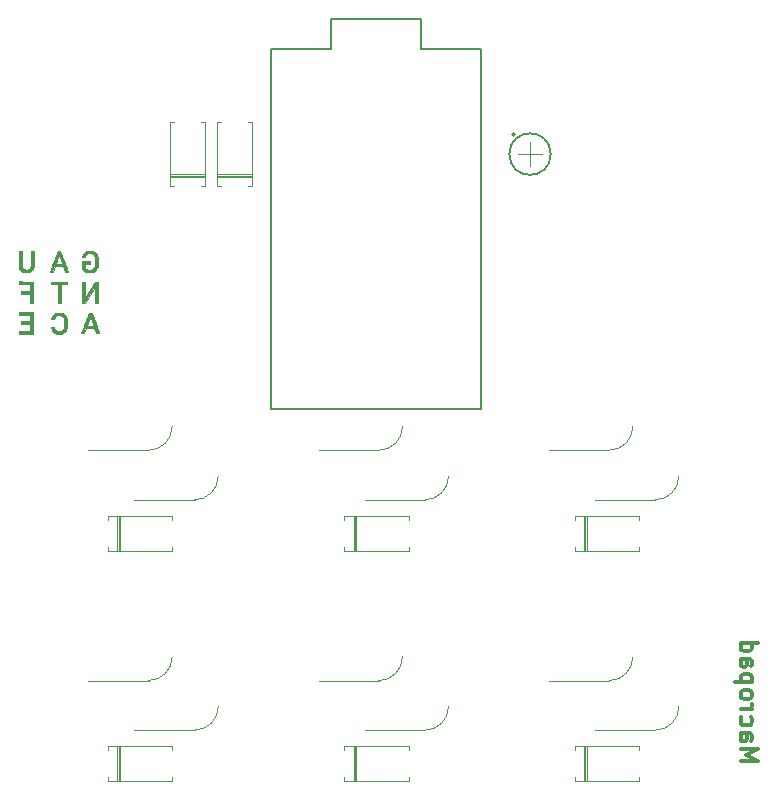
<source format=gbr>
%TF.GenerationSoftware,KiCad,Pcbnew,5.1.9-73d0e3b20d~88~ubuntu20.10.1*%
%TF.CreationDate,2021-04-24T17:05:30-07:00*%
%TF.ProjectId,macropad-v2_0_1,6d616372-6f70-4616-942d-76325f305f31,rev?*%
%TF.SameCoordinates,Original*%
%TF.FileFunction,Legend,Bot*%
%TF.FilePolarity,Positive*%
%FSLAX46Y46*%
G04 Gerber Fmt 4.6, Leading zero omitted, Abs format (unit mm)*
G04 Created by KiCad (PCBNEW 5.1.9-73d0e3b20d~88~ubuntu20.10.1) date 2021-04-24 17:05:30*
%MOMM*%
%LPD*%
G01*
G04 APERTURE LIST*
%ADD10C,0.300000*%
%ADD11C,0.010000*%
%ADD12C,0.120000*%
%ADD13C,0.127000*%
%ADD14C,0.200000*%
%ADD15C,0.150000*%
G04 APERTURE END LIST*
D10*
X65821428Y-64000000D02*
X67321428Y-64000000D01*
X66250000Y-63500000D01*
X67321428Y-63000000D01*
X65821428Y-63000000D01*
X65821428Y-61642857D02*
X66607142Y-61642857D01*
X66750000Y-61714285D01*
X66821428Y-61857142D01*
X66821428Y-62142857D01*
X66750000Y-62285714D01*
X65892857Y-61642857D02*
X65821428Y-61785714D01*
X65821428Y-62142857D01*
X65892857Y-62285714D01*
X66035714Y-62357142D01*
X66178571Y-62357142D01*
X66321428Y-62285714D01*
X66392857Y-62142857D01*
X66392857Y-61785714D01*
X66464285Y-61642857D01*
X65892857Y-60285714D02*
X65821428Y-60428571D01*
X65821428Y-60714285D01*
X65892857Y-60857142D01*
X65964285Y-60928571D01*
X66107142Y-61000000D01*
X66535714Y-61000000D01*
X66678571Y-60928571D01*
X66750000Y-60857142D01*
X66821428Y-60714285D01*
X66821428Y-60428571D01*
X66750000Y-60285714D01*
X65821428Y-59642857D02*
X66821428Y-59642857D01*
X66535714Y-59642857D02*
X66678571Y-59571428D01*
X66750000Y-59500000D01*
X66821428Y-59357142D01*
X66821428Y-59214285D01*
X65821428Y-58500000D02*
X65892857Y-58642857D01*
X65964285Y-58714285D01*
X66107142Y-58785714D01*
X66535714Y-58785714D01*
X66678571Y-58714285D01*
X66750000Y-58642857D01*
X66821428Y-58500000D01*
X66821428Y-58285714D01*
X66750000Y-58142857D01*
X66678571Y-58071428D01*
X66535714Y-58000000D01*
X66107142Y-58000000D01*
X65964285Y-58071428D01*
X65892857Y-58142857D01*
X65821428Y-58285714D01*
X65821428Y-58500000D01*
X66821428Y-57357142D02*
X65321428Y-57357142D01*
X66750000Y-57357142D02*
X66821428Y-57214285D01*
X66821428Y-56928571D01*
X66750000Y-56785714D01*
X66678571Y-56714285D01*
X66535714Y-56642857D01*
X66107142Y-56642857D01*
X65964285Y-56714285D01*
X65892857Y-56785714D01*
X65821428Y-56928571D01*
X65821428Y-57214285D01*
X65892857Y-57357142D01*
X65821428Y-55357142D02*
X66607142Y-55357142D01*
X66750000Y-55428571D01*
X66821428Y-55571428D01*
X66821428Y-55857142D01*
X66750000Y-56000000D01*
X65892857Y-55357142D02*
X65821428Y-55500000D01*
X65821428Y-55857142D01*
X65892857Y-56000000D01*
X66035714Y-56071428D01*
X66178571Y-56071428D01*
X66321428Y-56000000D01*
X66392857Y-55857142D01*
X66392857Y-55500000D01*
X66464285Y-55357142D01*
X65821428Y-54000000D02*
X67321428Y-54000000D01*
X65892857Y-54000000D02*
X65821428Y-54142857D01*
X65821428Y-54428571D01*
X65892857Y-54571428D01*
X65964285Y-54642857D01*
X66107142Y-54714285D01*
X66535714Y-54714285D01*
X66678571Y-54642857D01*
X66750000Y-54571428D01*
X66821428Y-54428571D01*
X66821428Y-54142857D01*
X66750000Y-54000000D01*
D11*
%TO.C,Ref\u002A\u002A*%
G36*
X7691359Y-21694080D02*
G01*
X7622890Y-21874507D01*
X7559320Y-22042788D01*
X7502190Y-22194788D01*
X7453041Y-22326372D01*
X7413413Y-22433402D01*
X7384849Y-22511744D01*
X7368890Y-22557262D01*
X7366000Y-22567205D01*
X7385194Y-22576649D01*
X7434930Y-22583047D01*
X7488503Y-22584833D01*
X7611006Y-22584833D01*
X7772188Y-22140333D01*
X8483830Y-22140333D01*
X8546616Y-22314958D01*
X8577032Y-22400300D01*
X8603252Y-22475211D01*
X8620891Y-22527122D01*
X8624127Y-22537208D01*
X8637133Y-22564078D01*
X8662321Y-22578433D01*
X8710846Y-22584060D01*
X8764427Y-22584833D01*
X8830983Y-22582135D01*
X8876511Y-22575129D01*
X8890000Y-22567205D01*
X8882703Y-22544307D01*
X8861837Y-22486000D01*
X8828945Y-22396418D01*
X8785568Y-22279699D01*
X8733246Y-22139977D01*
X8673521Y-21981389D01*
X8643558Y-21902208D01*
X8397631Y-21902208D01*
X8392089Y-21913431D01*
X8362210Y-21921196D01*
X8303076Y-21925986D01*
X8209772Y-21928282D01*
X8128000Y-21928667D01*
X8009713Y-21927738D01*
X7928809Y-21924632D01*
X7880372Y-21918866D01*
X7859485Y-21909957D01*
X7858370Y-21902208D01*
X7868557Y-21874344D01*
X7890472Y-21813726D01*
X7921559Y-21727448D01*
X7959261Y-21622607D01*
X7991872Y-21531792D01*
X8032833Y-21419597D01*
X8069531Y-21322724D01*
X8099417Y-21247616D01*
X8119940Y-21200719D01*
X8128000Y-21187833D01*
X8138923Y-21206733D01*
X8161303Y-21259138D01*
X8192592Y-21338602D01*
X8230238Y-21438682D01*
X8264128Y-21531792D01*
X8305234Y-21646244D01*
X8341735Y-21747710D01*
X8371075Y-21829094D01*
X8390697Y-21883302D01*
X8397631Y-21902208D01*
X8643558Y-21902208D01*
X8607934Y-21808070D01*
X8564641Y-21694080D01*
X8239282Y-20838583D01*
X8016718Y-20838583D01*
X7691359Y-21694080D01*
G37*
X7691359Y-21694080D02*
X7622890Y-21874507D01*
X7559320Y-22042788D01*
X7502190Y-22194788D01*
X7453041Y-22326372D01*
X7413413Y-22433402D01*
X7384849Y-22511744D01*
X7368890Y-22557262D01*
X7366000Y-22567205D01*
X7385194Y-22576649D01*
X7434930Y-22583047D01*
X7488503Y-22584833D01*
X7611006Y-22584833D01*
X7772188Y-22140333D01*
X8483830Y-22140333D01*
X8546616Y-22314958D01*
X8577032Y-22400300D01*
X8603252Y-22475211D01*
X8620891Y-22527122D01*
X8624127Y-22537208D01*
X8637133Y-22564078D01*
X8662321Y-22578433D01*
X8710846Y-22584060D01*
X8764427Y-22584833D01*
X8830983Y-22582135D01*
X8876511Y-22575129D01*
X8890000Y-22567205D01*
X8882703Y-22544307D01*
X8861837Y-22486000D01*
X8828945Y-22396418D01*
X8785568Y-22279699D01*
X8733246Y-22139977D01*
X8673521Y-21981389D01*
X8643558Y-21902208D01*
X8397631Y-21902208D01*
X8392089Y-21913431D01*
X8362210Y-21921196D01*
X8303076Y-21925986D01*
X8209772Y-21928282D01*
X8128000Y-21928667D01*
X8009713Y-21927738D01*
X7928809Y-21924632D01*
X7880372Y-21918866D01*
X7859485Y-21909957D01*
X7858370Y-21902208D01*
X7868557Y-21874344D01*
X7890472Y-21813726D01*
X7921559Y-21727448D01*
X7959261Y-21622607D01*
X7991872Y-21531792D01*
X8032833Y-21419597D01*
X8069531Y-21322724D01*
X8099417Y-21247616D01*
X8119940Y-21200719D01*
X8128000Y-21187833D01*
X8138923Y-21206733D01*
X8161303Y-21259138D01*
X8192592Y-21338602D01*
X8230238Y-21438682D01*
X8264128Y-21531792D01*
X8305234Y-21646244D01*
X8341735Y-21747710D01*
X8371075Y-21829094D01*
X8390697Y-21883302D01*
X8397631Y-21902208D01*
X8643558Y-21902208D01*
X8607934Y-21808070D01*
X8564641Y-21694080D01*
X8239282Y-20838583D01*
X8016718Y-20838583D01*
X7691359Y-21694080D01*
G36*
X5731697Y-21500042D02*
G01*
X5729962Y-21689561D01*
X5728234Y-21841451D01*
X5726169Y-21960413D01*
X5723426Y-22051150D01*
X5719663Y-22118362D01*
X5714539Y-22166753D01*
X5707712Y-22201024D01*
X5698840Y-22225877D01*
X5687581Y-22246015D01*
X5676290Y-22262361D01*
X5610445Y-22334143D01*
X5530312Y-22378798D01*
X5426522Y-22400320D01*
X5344583Y-22403799D01*
X5221036Y-22394825D01*
X5127058Y-22365239D01*
X5053282Y-22311049D01*
X5012877Y-22262361D01*
X4999399Y-22242578D01*
X4988589Y-22221946D01*
X4980104Y-22195765D01*
X4973604Y-22159332D01*
X4968747Y-22107945D01*
X4965190Y-22036902D01*
X4962592Y-21941501D01*
X4960612Y-21817040D01*
X4958907Y-21658817D01*
X4957470Y-21500042D01*
X4951357Y-20806833D01*
X4699000Y-20806833D01*
X4699000Y-21479015D01*
X4699644Y-21650025D01*
X4701471Y-21808967D01*
X4704326Y-21950245D01*
X4708054Y-22068264D01*
X4712499Y-22157429D01*
X4717506Y-22212145D01*
X4719679Y-22223297D01*
X4768898Y-22332595D01*
X4846779Y-22435091D01*
X4933472Y-22509322D01*
X5062960Y-22572911D01*
X5214685Y-22611635D01*
X5375340Y-22623629D01*
X5531619Y-22607024D01*
X5567880Y-22598338D01*
X5715234Y-22539474D01*
X5832962Y-22450694D01*
X5920255Y-22332727D01*
X5958002Y-22247343D01*
X5967325Y-22213730D01*
X5974742Y-22168423D01*
X5980448Y-22106778D01*
X5984636Y-22024154D01*
X5987502Y-21915908D01*
X5989241Y-21777398D01*
X5990049Y-21603982D01*
X5990167Y-21481505D01*
X5990167Y-20806833D01*
X5737810Y-20806833D01*
X5731697Y-21500042D01*
G37*
X5731697Y-21500042D02*
X5729962Y-21689561D01*
X5728234Y-21841451D01*
X5726169Y-21960413D01*
X5723426Y-22051150D01*
X5719663Y-22118362D01*
X5714539Y-22166753D01*
X5707712Y-22201024D01*
X5698840Y-22225877D01*
X5687581Y-22246015D01*
X5676290Y-22262361D01*
X5610445Y-22334143D01*
X5530312Y-22378798D01*
X5426522Y-22400320D01*
X5344583Y-22403799D01*
X5221036Y-22394825D01*
X5127058Y-22365239D01*
X5053282Y-22311049D01*
X5012877Y-22262361D01*
X4999399Y-22242578D01*
X4988589Y-22221946D01*
X4980104Y-22195765D01*
X4973604Y-22159332D01*
X4968747Y-22107945D01*
X4965190Y-22036902D01*
X4962592Y-21941501D01*
X4960612Y-21817040D01*
X4958907Y-21658817D01*
X4957470Y-21500042D01*
X4951357Y-20806833D01*
X4699000Y-20806833D01*
X4699000Y-21479015D01*
X4699644Y-21650025D01*
X4701471Y-21808967D01*
X4704326Y-21950245D01*
X4708054Y-22068264D01*
X4712499Y-22157429D01*
X4717506Y-22212145D01*
X4719679Y-22223297D01*
X4768898Y-22332595D01*
X4846779Y-22435091D01*
X4933472Y-22509322D01*
X5062960Y-22572911D01*
X5214685Y-22611635D01*
X5375340Y-22623629D01*
X5531619Y-22607024D01*
X5567880Y-22598338D01*
X5715234Y-22539474D01*
X5832962Y-22450694D01*
X5920255Y-22332727D01*
X5958002Y-22247343D01*
X5967325Y-22213730D01*
X5974742Y-22168423D01*
X5980448Y-22106778D01*
X5984636Y-22024154D01*
X5987502Y-21915908D01*
X5989241Y-21777398D01*
X5990049Y-21603982D01*
X5990167Y-21481505D01*
X5990167Y-20806833D01*
X5737810Y-20806833D01*
X5731697Y-21500042D01*
G36*
X10575309Y-20827419D02*
G01*
X10448065Y-20856274D01*
X10339981Y-20908826D01*
X10247366Y-20982542D01*
X10188622Y-21052262D01*
X10135515Y-21139517D01*
X10095559Y-21229500D01*
X10076265Y-21307407D01*
X10075540Y-21321181D01*
X10077372Y-21354718D01*
X10090026Y-21371692D01*
X10123787Y-21376706D01*
X10188936Y-21374359D01*
X10193812Y-21374098D01*
X10261659Y-21369077D01*
X10300039Y-21358169D01*
X10321777Y-21333639D01*
X10339699Y-21287757D01*
X10340396Y-21285724D01*
X10398596Y-21177755D01*
X10486946Y-21093435D01*
X10597244Y-21038484D01*
X10721292Y-21018619D01*
X10723373Y-21018618D01*
X10857563Y-21038516D01*
X10974502Y-21096064D01*
X11070661Y-21188866D01*
X11135747Y-21298804D01*
X11156015Y-21348283D01*
X11169973Y-21396531D01*
X11178792Y-21453014D01*
X11183638Y-21527201D01*
X11185680Y-21628559D01*
X11186045Y-21706417D01*
X11185605Y-21828140D01*
X11183010Y-21916965D01*
X11177112Y-21982314D01*
X11166766Y-22033609D01*
X11150828Y-22080272D01*
X11136561Y-22113389D01*
X11078898Y-22211492D01*
X11003261Y-22298860D01*
X10919569Y-22366112D01*
X10837745Y-22403867D01*
X10826766Y-22406310D01*
X10725367Y-22415851D01*
X10612959Y-22411598D01*
X10504681Y-22395367D01*
X10415671Y-22368973D01*
X10384263Y-22353244D01*
X10308167Y-22306214D01*
X10308167Y-21928667D01*
X10731500Y-21928667D01*
X10731500Y-21717000D01*
X10075333Y-21717000D01*
X10075333Y-22388560D01*
X10133542Y-22447509D01*
X10231286Y-22524364D01*
X10352097Y-22577891D01*
X10501370Y-22609917D01*
X10646720Y-22621348D01*
X10751893Y-22623779D01*
X10827698Y-22621579D01*
X10886996Y-22613069D01*
X10942650Y-22596572D01*
X10994347Y-22576010D01*
X11142601Y-22493149D01*
X11261279Y-22381789D01*
X11350671Y-22241310D01*
X11411066Y-22071093D01*
X11442755Y-21870516D01*
X11446025Y-21638961D01*
X11444690Y-21612059D01*
X11422102Y-21407646D01*
X11377755Y-21237280D01*
X11309809Y-21097654D01*
X11216425Y-20985463D01*
X11095761Y-20897399D01*
X11027833Y-20862826D01*
X10965357Y-20839951D01*
X10893577Y-20826303D01*
X10799729Y-20819993D01*
X10731500Y-20818955D01*
X10575309Y-20827419D01*
G37*
X10575309Y-20827419D02*
X10448065Y-20856274D01*
X10339981Y-20908826D01*
X10247366Y-20982542D01*
X10188622Y-21052262D01*
X10135515Y-21139517D01*
X10095559Y-21229500D01*
X10076265Y-21307407D01*
X10075540Y-21321181D01*
X10077372Y-21354718D01*
X10090026Y-21371692D01*
X10123787Y-21376706D01*
X10188936Y-21374359D01*
X10193812Y-21374098D01*
X10261659Y-21369077D01*
X10300039Y-21358169D01*
X10321777Y-21333639D01*
X10339699Y-21287757D01*
X10340396Y-21285724D01*
X10398596Y-21177755D01*
X10486946Y-21093435D01*
X10597244Y-21038484D01*
X10721292Y-21018619D01*
X10723373Y-21018618D01*
X10857563Y-21038516D01*
X10974502Y-21096064D01*
X11070661Y-21188866D01*
X11135747Y-21298804D01*
X11156015Y-21348283D01*
X11169973Y-21396531D01*
X11178792Y-21453014D01*
X11183638Y-21527201D01*
X11185680Y-21628559D01*
X11186045Y-21706417D01*
X11185605Y-21828140D01*
X11183010Y-21916965D01*
X11177112Y-21982314D01*
X11166766Y-22033609D01*
X11150828Y-22080272D01*
X11136561Y-22113389D01*
X11078898Y-22211492D01*
X11003261Y-22298860D01*
X10919569Y-22366112D01*
X10837745Y-22403867D01*
X10826766Y-22406310D01*
X10725367Y-22415851D01*
X10612959Y-22411598D01*
X10504681Y-22395367D01*
X10415671Y-22368973D01*
X10384263Y-22353244D01*
X10308167Y-22306214D01*
X10308167Y-21928667D01*
X10731500Y-21928667D01*
X10731500Y-21717000D01*
X10075333Y-21717000D01*
X10075333Y-22388560D01*
X10133542Y-22447509D01*
X10231286Y-22524364D01*
X10352097Y-22577891D01*
X10501370Y-22609917D01*
X10646720Y-22621348D01*
X10751893Y-22623779D01*
X10827698Y-22621579D01*
X10886996Y-22613069D01*
X10942650Y-22596572D01*
X10994347Y-22576010D01*
X11142601Y-22493149D01*
X11261279Y-22381789D01*
X11350671Y-22241310D01*
X11411066Y-22071093D01*
X11442755Y-21870516D01*
X11446025Y-21638961D01*
X11444690Y-21612059D01*
X11422102Y-21407646D01*
X11377755Y-21237280D01*
X11309809Y-21097654D01*
X11216425Y-20985463D01*
X11095761Y-20897399D01*
X11027833Y-20862826D01*
X10965357Y-20839951D01*
X10893577Y-20826303D01*
X10799729Y-20819993D01*
X10731500Y-20818955D01*
X10575309Y-20827419D01*
G36*
X7429500Y-23643167D02*
G01*
X8001000Y-23643167D01*
X8001000Y-25209500D01*
X8255000Y-25209500D01*
X8255000Y-23643167D01*
X8826500Y-23643167D01*
X8826500Y-23431500D01*
X7429500Y-23431500D01*
X7429500Y-23643167D01*
G37*
X7429500Y-23643167D02*
X8001000Y-23643167D01*
X8001000Y-25209500D01*
X8255000Y-25209500D01*
X8255000Y-23643167D01*
X8826500Y-23643167D01*
X8826500Y-23431500D01*
X7429500Y-23431500D01*
X7429500Y-23643167D01*
G36*
X10207326Y-23435744D02*
G01*
X10085917Y-23442083D01*
X10085917Y-25220083D01*
X10335324Y-25220083D01*
X10760954Y-24562997D01*
X11186583Y-23905910D01*
X11192172Y-24568288D01*
X11197761Y-25230667D01*
X11451167Y-25230667D01*
X11451167Y-23431500D01*
X11203244Y-23431500D01*
X10771581Y-24099685D01*
X10339917Y-24767869D01*
X10334326Y-24098637D01*
X10328736Y-23429405D01*
X10207326Y-23435744D01*
G37*
X10207326Y-23435744D02*
X10085917Y-23442083D01*
X10085917Y-25220083D01*
X10335324Y-25220083D01*
X10760954Y-24562997D01*
X11186583Y-23905910D01*
X11192172Y-24568288D01*
X11197761Y-25230667D01*
X11451167Y-25230667D01*
X11451167Y-23431500D01*
X11203244Y-23431500D01*
X10771581Y-24099685D01*
X10339917Y-24767869D01*
X10334326Y-24098637D01*
X10328736Y-23429405D01*
X10207326Y-23435744D01*
G36*
X4762500Y-23643167D02*
G01*
X5651500Y-23643167D01*
X5651500Y-24235833D01*
X4889500Y-24235833D01*
X4889500Y-24447500D01*
X5651500Y-24447500D01*
X5651500Y-25251833D01*
X5927117Y-25251833D01*
X5916083Y-23420917D01*
X5339292Y-23415285D01*
X4762500Y-23409653D01*
X4762500Y-23643167D01*
G37*
X4762500Y-23643167D02*
X5651500Y-23643167D01*
X5651500Y-24235833D01*
X4889500Y-24235833D01*
X4889500Y-24447500D01*
X5651500Y-24447500D01*
X5651500Y-25251833D01*
X5927117Y-25251833D01*
X5916083Y-23420917D01*
X5339292Y-23415285D01*
X4762500Y-23409653D01*
X4762500Y-23643167D01*
G36*
X10334626Y-26907192D02*
G01*
X10265768Y-27085895D01*
X10201303Y-27253232D01*
X10142896Y-27404874D01*
X10092214Y-27536495D01*
X10050923Y-27643768D01*
X10020690Y-27722364D01*
X10003180Y-27767957D01*
X9999712Y-27777038D01*
X9995803Y-27797657D01*
X10009583Y-27808265D01*
X10049414Y-27811118D01*
X10117265Y-27808788D01*
X10249222Y-27802417D01*
X10407500Y-27379083D01*
X10765913Y-27373312D01*
X11124325Y-27367540D01*
X11285855Y-27813000D01*
X11410844Y-27813000D01*
X11477228Y-27810553D01*
X11522554Y-27804202D01*
X11535833Y-27797084D01*
X11528470Y-27774569D01*
X11507422Y-27716700D01*
X11474251Y-27627618D01*
X11430519Y-27511461D01*
X11377788Y-27372368D01*
X11317620Y-27214479D01*
X11295556Y-27156833D01*
X11047935Y-27156833D01*
X10773301Y-27156833D01*
X10671047Y-27155667D01*
X10586066Y-27152477D01*
X10526223Y-27147724D01*
X10499386Y-27141872D01*
X10498667Y-27140703D01*
X10505640Y-27116590D01*
X10525023Y-27059336D01*
X10554513Y-26975491D01*
X10591806Y-26871609D01*
X10633172Y-26758127D01*
X10767676Y-26391681D01*
X10842892Y-26599632D01*
X10883959Y-26712646D01*
X10928798Y-26835205D01*
X10969824Y-26946611D01*
X10983022Y-26982208D01*
X11047935Y-27156833D01*
X11295556Y-27156833D01*
X11251576Y-27041932D01*
X11210338Y-26934542D01*
X10884843Y-26087917D01*
X10769991Y-26081692D01*
X10655138Y-26075468D01*
X10334626Y-26907192D01*
G37*
X10334626Y-26907192D02*
X10265768Y-27085895D01*
X10201303Y-27253232D01*
X10142896Y-27404874D01*
X10092214Y-27536495D01*
X10050923Y-27643768D01*
X10020690Y-27722364D01*
X10003180Y-27767957D01*
X9999712Y-27777038D01*
X9995803Y-27797657D01*
X10009583Y-27808265D01*
X10049414Y-27811118D01*
X10117265Y-27808788D01*
X10249222Y-27802417D01*
X10407500Y-27379083D01*
X10765913Y-27373312D01*
X11124325Y-27367540D01*
X11285855Y-27813000D01*
X11410844Y-27813000D01*
X11477228Y-27810553D01*
X11522554Y-27804202D01*
X11535833Y-27797084D01*
X11528470Y-27774569D01*
X11507422Y-27716700D01*
X11474251Y-27627618D01*
X11430519Y-27511461D01*
X11377788Y-27372368D01*
X11317620Y-27214479D01*
X11295556Y-27156833D01*
X11047935Y-27156833D01*
X10773301Y-27156833D01*
X10671047Y-27155667D01*
X10586066Y-27152477D01*
X10526223Y-27147724D01*
X10499386Y-27141872D01*
X10498667Y-27140703D01*
X10505640Y-27116590D01*
X10525023Y-27059336D01*
X10554513Y-26975491D01*
X10591806Y-26871609D01*
X10633172Y-26758127D01*
X10767676Y-26391681D01*
X10842892Y-26599632D01*
X10883959Y-26712646D01*
X10928798Y-26835205D01*
X10969824Y-26946611D01*
X10983022Y-26982208D01*
X11047935Y-27156833D01*
X11295556Y-27156833D01*
X11251576Y-27041932D01*
X11210338Y-26934542D01*
X10884843Y-26087917D01*
X10769991Y-26081692D01*
X10655138Y-26075468D01*
X10334626Y-26907192D01*
G36*
X4762500Y-26246667D02*
G01*
X5651500Y-26246667D01*
X5651500Y-26797000D01*
X4868333Y-26797000D01*
X4868333Y-27008667D01*
X5651500Y-27008667D01*
X5651500Y-27643667D01*
X4741333Y-27643667D01*
X4741333Y-27855333D01*
X5926667Y-27855333D01*
X5926667Y-26035000D01*
X4762500Y-26035000D01*
X4762500Y-26246667D01*
G37*
X4762500Y-26246667D02*
X5651500Y-26246667D01*
X5651500Y-26797000D01*
X4868333Y-26797000D01*
X4868333Y-27008667D01*
X5651500Y-27008667D01*
X5651500Y-27643667D01*
X4741333Y-27643667D01*
X4741333Y-27855333D01*
X5926667Y-27855333D01*
X5926667Y-26035000D01*
X4762500Y-26035000D01*
X4762500Y-26246667D01*
G36*
X8005755Y-26040036D02*
G01*
X7875118Y-26061261D01*
X7829110Y-26075800D01*
X7691906Y-26149223D01*
X7580564Y-26253989D01*
X7499164Y-26385146D01*
X7452639Y-26533063D01*
X7434966Y-26627667D01*
X7699256Y-26627667D01*
X7712217Y-26546617D01*
X7749869Y-26430780D01*
X7819505Y-26340629D01*
X7917405Y-26279108D01*
X8039850Y-26249158D01*
X8091472Y-26246667D01*
X8230158Y-26264258D01*
X8345628Y-26317160D01*
X8438137Y-26405562D01*
X8507940Y-26529654D01*
X8522753Y-26568801D01*
X8542462Y-26653525D01*
X8555395Y-26766453D01*
X8561556Y-26895589D01*
X8560948Y-27028935D01*
X8553576Y-27154494D01*
X8539444Y-27260269D01*
X8522482Y-27324713D01*
X8454299Y-27458491D01*
X8365114Y-27556027D01*
X8255834Y-27616702D01*
X8127369Y-27639897D01*
X8062464Y-27637846D01*
X7930630Y-27610223D01*
X7829150Y-27553367D01*
X7756756Y-27466190D01*
X7712180Y-27347604D01*
X7709387Y-27334860D01*
X7692189Y-27252083D01*
X7440083Y-27252083D01*
X7447230Y-27312888D01*
X7484280Y-27460664D01*
X7555981Y-27594604D01*
X7656591Y-27705183D01*
X7706300Y-27742510D01*
X7819398Y-27797798D01*
X7956319Y-27834917D01*
X8101565Y-27851380D01*
X8239638Y-27844702D01*
X8286750Y-27835640D01*
X8438389Y-27778626D01*
X8566493Y-27687932D01*
X8669994Y-27565756D01*
X8747822Y-27414300D01*
X8798907Y-27235763D01*
X8822181Y-27032345D01*
X8816573Y-26806246D01*
X8811604Y-26755888D01*
X8774184Y-26554431D01*
X8710153Y-26385712D01*
X8619287Y-26249366D01*
X8501365Y-26145029D01*
X8406324Y-26092498D01*
X8288355Y-26056146D01*
X8149166Y-26038495D01*
X8005755Y-26040036D01*
G37*
X8005755Y-26040036D02*
X7875118Y-26061261D01*
X7829110Y-26075800D01*
X7691906Y-26149223D01*
X7580564Y-26253989D01*
X7499164Y-26385146D01*
X7452639Y-26533063D01*
X7434966Y-26627667D01*
X7699256Y-26627667D01*
X7712217Y-26546617D01*
X7749869Y-26430780D01*
X7819505Y-26340629D01*
X7917405Y-26279108D01*
X8039850Y-26249158D01*
X8091472Y-26246667D01*
X8230158Y-26264258D01*
X8345628Y-26317160D01*
X8438137Y-26405562D01*
X8507940Y-26529654D01*
X8522753Y-26568801D01*
X8542462Y-26653525D01*
X8555395Y-26766453D01*
X8561556Y-26895589D01*
X8560948Y-27028935D01*
X8553576Y-27154494D01*
X8539444Y-27260269D01*
X8522482Y-27324713D01*
X8454299Y-27458491D01*
X8365114Y-27556027D01*
X8255834Y-27616702D01*
X8127369Y-27639897D01*
X8062464Y-27637846D01*
X7930630Y-27610223D01*
X7829150Y-27553367D01*
X7756756Y-27466190D01*
X7712180Y-27347604D01*
X7709387Y-27334860D01*
X7692189Y-27252083D01*
X7440083Y-27252083D01*
X7447230Y-27312888D01*
X7484280Y-27460664D01*
X7555981Y-27594604D01*
X7656591Y-27705183D01*
X7706300Y-27742510D01*
X7819398Y-27797798D01*
X7956319Y-27834917D01*
X8101565Y-27851380D01*
X8239638Y-27844702D01*
X8286750Y-27835640D01*
X8438389Y-27778626D01*
X8566493Y-27687932D01*
X8669994Y-27565756D01*
X8747822Y-27414300D01*
X8798907Y-27235763D01*
X8822181Y-27032345D01*
X8816573Y-26806246D01*
X8811604Y-26755888D01*
X8774184Y-26554431D01*
X8710153Y-26385712D01*
X8619287Y-26249366D01*
X8501365Y-26145029D01*
X8406324Y-26092498D01*
X8288355Y-26056146D01*
X8149166Y-26038495D01*
X8005755Y-26040036D01*
D12*
%TO.C,SW9*%
X48000000Y-11625000D02*
X48000000Y-13625000D01*
X47000000Y-12625000D02*
X49000000Y-12625000D01*
D13*
X49755000Y-12625000D02*
G75*
G03*
X49755000Y-12625000I-1755000J0D01*
G01*
D14*
X46703000Y-10974000D02*
G75*
G03*
X46703000Y-10974000I-100000J0D01*
G01*
D15*
%TO.C,U1*%
X43890000Y-3760000D02*
X43890000Y-34240000D01*
X43890000Y-3760000D02*
X38810000Y-3760000D01*
X38810000Y-3760000D02*
X38810000Y-1220000D01*
X38810000Y-1220000D02*
X31190000Y-1220000D01*
X31190000Y-1220000D02*
X31190000Y-3760000D01*
X31190000Y-3760000D02*
X26110000Y-3760000D01*
X26110000Y-3760000D02*
X26110000Y-34240000D01*
X26110000Y-34240000D02*
X43890000Y-34240000D01*
D12*
%TO.C,D1*%
X13060000Y-46220000D02*
X13060000Y-43280000D01*
X13300000Y-46220000D02*
X13300000Y-43280000D01*
X13180000Y-46220000D02*
X13180000Y-43280000D01*
X17720000Y-43280000D02*
X17720000Y-43610000D01*
X12280000Y-43280000D02*
X17720000Y-43280000D01*
X12280000Y-43610000D02*
X12280000Y-43280000D01*
X17720000Y-46220000D02*
X17720000Y-45890000D01*
X12280000Y-46220000D02*
X17720000Y-46220000D01*
X12280000Y-45890000D02*
X12280000Y-46220000D01*
%TO.C,D2*%
X32280000Y-45890000D02*
X32280000Y-46220000D01*
X32280000Y-46220000D02*
X37720000Y-46220000D01*
X37720000Y-46220000D02*
X37720000Y-45890000D01*
X32280000Y-43610000D02*
X32280000Y-43280000D01*
X32280000Y-43280000D02*
X37720000Y-43280000D01*
X37720000Y-43280000D02*
X37720000Y-43610000D01*
X33180000Y-46220000D02*
X33180000Y-43280000D01*
X33300000Y-46220000D02*
X33300000Y-43280000D01*
X33060000Y-46220000D02*
X33060000Y-43280000D01*
%TO.C,D3*%
X52560000Y-46220000D02*
X52560000Y-43280000D01*
X52800000Y-46220000D02*
X52800000Y-43280000D01*
X52680000Y-46220000D02*
X52680000Y-43280000D01*
X57220000Y-43280000D02*
X57220000Y-43610000D01*
X51780000Y-43280000D02*
X57220000Y-43280000D01*
X51780000Y-43610000D02*
X51780000Y-43280000D01*
X57220000Y-46220000D02*
X57220000Y-45890000D01*
X51780000Y-46220000D02*
X57220000Y-46220000D01*
X51780000Y-45890000D02*
X51780000Y-46220000D01*
%TO.C,D4*%
X12280000Y-65390000D02*
X12280000Y-65720000D01*
X12280000Y-65720000D02*
X17720000Y-65720000D01*
X17720000Y-65720000D02*
X17720000Y-65390000D01*
X12280000Y-63110000D02*
X12280000Y-62780000D01*
X12280000Y-62780000D02*
X17720000Y-62780000D01*
X17720000Y-62780000D02*
X17720000Y-63110000D01*
X13180000Y-65720000D02*
X13180000Y-62780000D01*
X13300000Y-65720000D02*
X13300000Y-62780000D01*
X13060000Y-65720000D02*
X13060000Y-62780000D01*
%TO.C,D5*%
X32280000Y-65390000D02*
X32280000Y-65720000D01*
X32280000Y-65720000D02*
X37720000Y-65720000D01*
X37720000Y-65720000D02*
X37720000Y-65390000D01*
X32280000Y-63110000D02*
X32280000Y-62780000D01*
X32280000Y-62780000D02*
X37720000Y-62780000D01*
X37720000Y-62780000D02*
X37720000Y-63110000D01*
X33180000Y-65720000D02*
X33180000Y-62780000D01*
X33300000Y-65720000D02*
X33300000Y-62780000D01*
X33060000Y-65720000D02*
X33060000Y-62780000D01*
%TO.C,D6*%
X52560000Y-65720000D02*
X52560000Y-62780000D01*
X52800000Y-65720000D02*
X52800000Y-62780000D01*
X52680000Y-65720000D02*
X52680000Y-62780000D01*
X57220000Y-62780000D02*
X57220000Y-63110000D01*
X51780000Y-62780000D02*
X57220000Y-62780000D01*
X51780000Y-63110000D02*
X51780000Y-62780000D01*
X57220000Y-65720000D02*
X57220000Y-65390000D01*
X51780000Y-65720000D02*
X57220000Y-65720000D01*
X51780000Y-65390000D02*
X51780000Y-65720000D01*
%TO.C,D7*%
X24140000Y-15345000D02*
X24470000Y-15345000D01*
X24470000Y-15345000D02*
X24470000Y-9905000D01*
X24470000Y-9905000D02*
X24140000Y-9905000D01*
X21860000Y-15345000D02*
X21530000Y-15345000D01*
X21530000Y-15345000D02*
X21530000Y-9905000D01*
X21530000Y-9905000D02*
X21860000Y-9905000D01*
X24470000Y-14445000D02*
X21530000Y-14445000D01*
X24470000Y-14325000D02*
X21530000Y-14325000D01*
X24470000Y-14565000D02*
X21530000Y-14565000D01*
%TO.C,D8*%
X20470000Y-14565000D02*
X17530000Y-14565000D01*
X20470000Y-14325000D02*
X17530000Y-14325000D01*
X20470000Y-14445000D02*
X17530000Y-14445000D01*
X17530000Y-9905000D02*
X17860000Y-9905000D01*
X17530000Y-15345000D02*
X17530000Y-9905000D01*
X17860000Y-15345000D02*
X17530000Y-15345000D01*
X20470000Y-9905000D02*
X20140000Y-9905000D01*
X20470000Y-15345000D02*
X20470000Y-9905000D01*
X20140000Y-15345000D02*
X20470000Y-15345000D01*
%TO.C,SW1*%
X19600000Y-41900000D02*
X14500000Y-41900000D01*
X15700000Y-37700000D02*
X10600000Y-37700000D01*
X17700000Y-35700000D02*
G75*
G02*
X15700000Y-37700000I-2000000J0D01*
G01*
X21600000Y-39900000D02*
G75*
G02*
X19600000Y-41900000I-2000000J0D01*
G01*
%TO.C,SW2*%
X35200000Y-37700000D02*
X30100000Y-37700000D01*
X39100000Y-41900000D02*
X34000000Y-41900000D01*
X41100000Y-39900000D02*
G75*
G02*
X39100000Y-41900000I-2000000J0D01*
G01*
X37200000Y-35700000D02*
G75*
G02*
X35200000Y-37700000I-2000000J0D01*
G01*
%TO.C,SW3*%
X54700000Y-37700000D02*
X49600000Y-37700000D01*
X58600000Y-41900000D02*
X53500000Y-41900000D01*
X60600000Y-39900000D02*
G75*
G02*
X58600000Y-41900000I-2000000J0D01*
G01*
X56700000Y-35700000D02*
G75*
G02*
X54700000Y-37700000I-2000000J0D01*
G01*
%TO.C,SW4*%
X19600000Y-61400000D02*
X14500000Y-61400000D01*
X15700000Y-57200000D02*
X10600000Y-57200000D01*
X17700000Y-55200000D02*
G75*
G02*
X15700000Y-57200000I-2000000J0D01*
G01*
X21600000Y-59400000D02*
G75*
G02*
X19600000Y-61400000I-2000000J0D01*
G01*
%TO.C,SW5*%
X35200000Y-57200000D02*
X30100000Y-57200000D01*
X39100000Y-61400000D02*
X34000000Y-61400000D01*
X41100000Y-59400000D02*
G75*
G02*
X39100000Y-61400000I-2000000J0D01*
G01*
X37200000Y-55200000D02*
G75*
G02*
X35200000Y-57200000I-2000000J0D01*
G01*
%TO.C,SW6*%
X58600000Y-61400000D02*
X53500000Y-61400000D01*
X54700000Y-57200000D02*
X49600000Y-57200000D01*
X56700000Y-55200000D02*
G75*
G02*
X54700000Y-57200000I-2000000J0D01*
G01*
X60600000Y-59400000D02*
G75*
G02*
X58600000Y-61400000I-2000000J0D01*
G01*
%TD*%
M02*

</source>
